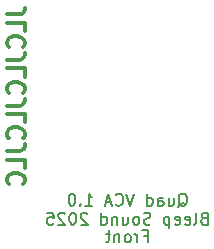
<source format=gbo>
G04 #@! TF.GenerationSoftware,KiCad,Pcbnew,8.0.6-8.0.6-0~ubuntu22.04.1*
G04 #@! TF.CreationDate,2025-01-13T21:54:33+00:00*
G04 #@! TF.ProjectId,Basic_VCA,42617369-635f-4564-9341-2e6b69636164,rev?*
G04 #@! TF.SameCoordinates,Original*
G04 #@! TF.FileFunction,Legend,Bot*
G04 #@! TF.FilePolarity,Positive*
%FSLAX46Y46*%
G04 Gerber Fmt 4.6, Leading zero omitted, Abs format (unit mm)*
G04 Created by KiCad (PCBNEW 8.0.6-8.0.6-0~ubuntu22.04.1) date 2025-01-13 21:54:33*
%MOMM*%
%LPD*%
G01*
G04 APERTURE LIST*
%ADD10C,0.150000*%
%ADD11C,0.300000*%
%ADD12O,6.700000X4.200000*%
%ADD13C,8.000000*%
G04 APERTURE END LIST*
D10*
X189857143Y-92031009D02*
X190190476Y-92031009D01*
X190190476Y-92554819D02*
X190190476Y-91554819D01*
X190190476Y-91554819D02*
X189714286Y-91554819D01*
X189333333Y-92554819D02*
X189333333Y-91888152D01*
X189333333Y-92078628D02*
X189285714Y-91983390D01*
X189285714Y-91983390D02*
X189238095Y-91935771D01*
X189238095Y-91935771D02*
X189142857Y-91888152D01*
X189142857Y-91888152D02*
X189047619Y-91888152D01*
X188571428Y-92554819D02*
X188666666Y-92507200D01*
X188666666Y-92507200D02*
X188714285Y-92459580D01*
X188714285Y-92459580D02*
X188761904Y-92364342D01*
X188761904Y-92364342D02*
X188761904Y-92078628D01*
X188761904Y-92078628D02*
X188714285Y-91983390D01*
X188714285Y-91983390D02*
X188666666Y-91935771D01*
X188666666Y-91935771D02*
X188571428Y-91888152D01*
X188571428Y-91888152D02*
X188428571Y-91888152D01*
X188428571Y-91888152D02*
X188333333Y-91935771D01*
X188333333Y-91935771D02*
X188285714Y-91983390D01*
X188285714Y-91983390D02*
X188238095Y-92078628D01*
X188238095Y-92078628D02*
X188238095Y-92364342D01*
X188238095Y-92364342D02*
X188285714Y-92459580D01*
X188285714Y-92459580D02*
X188333333Y-92507200D01*
X188333333Y-92507200D02*
X188428571Y-92554819D01*
X188428571Y-92554819D02*
X188571428Y-92554819D01*
X187809523Y-91888152D02*
X187809523Y-92554819D01*
X187809523Y-91983390D02*
X187761904Y-91935771D01*
X187761904Y-91935771D02*
X187666666Y-91888152D01*
X187666666Y-91888152D02*
X187523809Y-91888152D01*
X187523809Y-91888152D02*
X187428571Y-91935771D01*
X187428571Y-91935771D02*
X187380952Y-92031009D01*
X187380952Y-92031009D02*
X187380952Y-92554819D01*
X187047618Y-91888152D02*
X186666666Y-91888152D01*
X186904761Y-91554819D02*
X186904761Y-92411961D01*
X186904761Y-92411961D02*
X186857142Y-92507200D01*
X186857142Y-92507200D02*
X186761904Y-92554819D01*
X186761904Y-92554819D02*
X186666666Y-92554819D01*
X192785714Y-89545085D02*
X192880952Y-89497466D01*
X192880952Y-89497466D02*
X192976190Y-89402228D01*
X192976190Y-89402228D02*
X193119047Y-89259370D01*
X193119047Y-89259370D02*
X193214285Y-89211751D01*
X193214285Y-89211751D02*
X193309523Y-89211751D01*
X193261904Y-89449847D02*
X193357142Y-89402228D01*
X193357142Y-89402228D02*
X193452380Y-89306989D01*
X193452380Y-89306989D02*
X193499999Y-89116513D01*
X193499999Y-89116513D02*
X193499999Y-88783180D01*
X193499999Y-88783180D02*
X193452380Y-88592704D01*
X193452380Y-88592704D02*
X193357142Y-88497466D01*
X193357142Y-88497466D02*
X193261904Y-88449847D01*
X193261904Y-88449847D02*
X193071428Y-88449847D01*
X193071428Y-88449847D02*
X192976190Y-88497466D01*
X192976190Y-88497466D02*
X192880952Y-88592704D01*
X192880952Y-88592704D02*
X192833333Y-88783180D01*
X192833333Y-88783180D02*
X192833333Y-89116513D01*
X192833333Y-89116513D02*
X192880952Y-89306989D01*
X192880952Y-89306989D02*
X192976190Y-89402228D01*
X192976190Y-89402228D02*
X193071428Y-89449847D01*
X193071428Y-89449847D02*
X193261904Y-89449847D01*
X191976190Y-88783180D02*
X191976190Y-89449847D01*
X192404761Y-88783180D02*
X192404761Y-89306989D01*
X192404761Y-89306989D02*
X192357142Y-89402228D01*
X192357142Y-89402228D02*
X192261904Y-89449847D01*
X192261904Y-89449847D02*
X192119047Y-89449847D01*
X192119047Y-89449847D02*
X192023809Y-89402228D01*
X192023809Y-89402228D02*
X191976190Y-89354608D01*
X191071428Y-89449847D02*
X191071428Y-88926037D01*
X191071428Y-88926037D02*
X191119047Y-88830799D01*
X191119047Y-88830799D02*
X191214285Y-88783180D01*
X191214285Y-88783180D02*
X191404761Y-88783180D01*
X191404761Y-88783180D02*
X191499999Y-88830799D01*
X191071428Y-89402228D02*
X191166666Y-89449847D01*
X191166666Y-89449847D02*
X191404761Y-89449847D01*
X191404761Y-89449847D02*
X191499999Y-89402228D01*
X191499999Y-89402228D02*
X191547618Y-89306989D01*
X191547618Y-89306989D02*
X191547618Y-89211751D01*
X191547618Y-89211751D02*
X191499999Y-89116513D01*
X191499999Y-89116513D02*
X191404761Y-89068894D01*
X191404761Y-89068894D02*
X191166666Y-89068894D01*
X191166666Y-89068894D02*
X191071428Y-89021275D01*
X190166666Y-89449847D02*
X190166666Y-88449847D01*
X190166666Y-89402228D02*
X190261904Y-89449847D01*
X190261904Y-89449847D02*
X190452380Y-89449847D01*
X190452380Y-89449847D02*
X190547618Y-89402228D01*
X190547618Y-89402228D02*
X190595237Y-89354608D01*
X190595237Y-89354608D02*
X190642856Y-89259370D01*
X190642856Y-89259370D02*
X190642856Y-88973656D01*
X190642856Y-88973656D02*
X190595237Y-88878418D01*
X190595237Y-88878418D02*
X190547618Y-88830799D01*
X190547618Y-88830799D02*
X190452380Y-88783180D01*
X190452380Y-88783180D02*
X190261904Y-88783180D01*
X190261904Y-88783180D02*
X190166666Y-88830799D01*
X189071427Y-88449847D02*
X188738094Y-89449847D01*
X188738094Y-89449847D02*
X188404761Y-88449847D01*
X187499999Y-89354608D02*
X187547618Y-89402228D01*
X187547618Y-89402228D02*
X187690475Y-89449847D01*
X187690475Y-89449847D02*
X187785713Y-89449847D01*
X187785713Y-89449847D02*
X187928570Y-89402228D01*
X187928570Y-89402228D02*
X188023808Y-89306989D01*
X188023808Y-89306989D02*
X188071427Y-89211751D01*
X188071427Y-89211751D02*
X188119046Y-89021275D01*
X188119046Y-89021275D02*
X188119046Y-88878418D01*
X188119046Y-88878418D02*
X188071427Y-88687942D01*
X188071427Y-88687942D02*
X188023808Y-88592704D01*
X188023808Y-88592704D02*
X187928570Y-88497466D01*
X187928570Y-88497466D02*
X187785713Y-88449847D01*
X187785713Y-88449847D02*
X187690475Y-88449847D01*
X187690475Y-88449847D02*
X187547618Y-88497466D01*
X187547618Y-88497466D02*
X187499999Y-88545085D01*
X187119046Y-89164132D02*
X186642856Y-89164132D01*
X187214284Y-89449847D02*
X186880951Y-88449847D01*
X186880951Y-88449847D02*
X186547618Y-89449847D01*
X184928570Y-89449847D02*
X185499998Y-89449847D01*
X185214284Y-89449847D02*
X185214284Y-88449847D01*
X185214284Y-88449847D02*
X185309522Y-88592704D01*
X185309522Y-88592704D02*
X185404760Y-88687942D01*
X185404760Y-88687942D02*
X185499998Y-88735561D01*
X184499998Y-89354608D02*
X184452379Y-89402228D01*
X184452379Y-89402228D02*
X184499998Y-89449847D01*
X184499998Y-89449847D02*
X184547617Y-89402228D01*
X184547617Y-89402228D02*
X184499998Y-89354608D01*
X184499998Y-89354608D02*
X184499998Y-89449847D01*
X183833332Y-88449847D02*
X183738094Y-88449847D01*
X183738094Y-88449847D02*
X183642856Y-88497466D01*
X183642856Y-88497466D02*
X183595237Y-88545085D01*
X183595237Y-88545085D02*
X183547618Y-88640323D01*
X183547618Y-88640323D02*
X183499999Y-88830799D01*
X183499999Y-88830799D02*
X183499999Y-89068894D01*
X183499999Y-89068894D02*
X183547618Y-89259370D01*
X183547618Y-89259370D02*
X183595237Y-89354608D01*
X183595237Y-89354608D02*
X183642856Y-89402228D01*
X183642856Y-89402228D02*
X183738094Y-89449847D01*
X183738094Y-89449847D02*
X183833332Y-89449847D01*
X183833332Y-89449847D02*
X183928570Y-89402228D01*
X183928570Y-89402228D02*
X183976189Y-89354608D01*
X183976189Y-89354608D02*
X184023808Y-89259370D01*
X184023808Y-89259370D02*
X184071427Y-89068894D01*
X184071427Y-89068894D02*
X184071427Y-88830799D01*
X184071427Y-88830799D02*
X184023808Y-88640323D01*
X184023808Y-88640323D02*
X183976189Y-88545085D01*
X183976189Y-88545085D02*
X183928570Y-88497466D01*
X183928570Y-88497466D02*
X183833332Y-88449847D01*
X194952381Y-90535981D02*
X194809524Y-90583600D01*
X194809524Y-90583600D02*
X194761905Y-90631219D01*
X194761905Y-90631219D02*
X194714286Y-90726457D01*
X194714286Y-90726457D02*
X194714286Y-90869314D01*
X194714286Y-90869314D02*
X194761905Y-90964552D01*
X194761905Y-90964552D02*
X194809524Y-91012172D01*
X194809524Y-91012172D02*
X194904762Y-91059791D01*
X194904762Y-91059791D02*
X195285714Y-91059791D01*
X195285714Y-91059791D02*
X195285714Y-90059791D01*
X195285714Y-90059791D02*
X194952381Y-90059791D01*
X194952381Y-90059791D02*
X194857143Y-90107410D01*
X194857143Y-90107410D02*
X194809524Y-90155029D01*
X194809524Y-90155029D02*
X194761905Y-90250267D01*
X194761905Y-90250267D02*
X194761905Y-90345505D01*
X194761905Y-90345505D02*
X194809524Y-90440743D01*
X194809524Y-90440743D02*
X194857143Y-90488362D01*
X194857143Y-90488362D02*
X194952381Y-90535981D01*
X194952381Y-90535981D02*
X195285714Y-90535981D01*
X194142857Y-91059791D02*
X194238095Y-91012172D01*
X194238095Y-91012172D02*
X194285714Y-90916933D01*
X194285714Y-90916933D02*
X194285714Y-90059791D01*
X193380952Y-91012172D02*
X193476190Y-91059791D01*
X193476190Y-91059791D02*
X193666666Y-91059791D01*
X193666666Y-91059791D02*
X193761904Y-91012172D01*
X193761904Y-91012172D02*
X193809523Y-90916933D01*
X193809523Y-90916933D02*
X193809523Y-90535981D01*
X193809523Y-90535981D02*
X193761904Y-90440743D01*
X193761904Y-90440743D02*
X193666666Y-90393124D01*
X193666666Y-90393124D02*
X193476190Y-90393124D01*
X193476190Y-90393124D02*
X193380952Y-90440743D01*
X193380952Y-90440743D02*
X193333333Y-90535981D01*
X193333333Y-90535981D02*
X193333333Y-90631219D01*
X193333333Y-90631219D02*
X193809523Y-90726457D01*
X192523809Y-91012172D02*
X192619047Y-91059791D01*
X192619047Y-91059791D02*
X192809523Y-91059791D01*
X192809523Y-91059791D02*
X192904761Y-91012172D01*
X192904761Y-91012172D02*
X192952380Y-90916933D01*
X192952380Y-90916933D02*
X192952380Y-90535981D01*
X192952380Y-90535981D02*
X192904761Y-90440743D01*
X192904761Y-90440743D02*
X192809523Y-90393124D01*
X192809523Y-90393124D02*
X192619047Y-90393124D01*
X192619047Y-90393124D02*
X192523809Y-90440743D01*
X192523809Y-90440743D02*
X192476190Y-90535981D01*
X192476190Y-90535981D02*
X192476190Y-90631219D01*
X192476190Y-90631219D02*
X192952380Y-90726457D01*
X192047618Y-90393124D02*
X192047618Y-91393124D01*
X192047618Y-90440743D02*
X191952380Y-90393124D01*
X191952380Y-90393124D02*
X191761904Y-90393124D01*
X191761904Y-90393124D02*
X191666666Y-90440743D01*
X191666666Y-90440743D02*
X191619047Y-90488362D01*
X191619047Y-90488362D02*
X191571428Y-90583600D01*
X191571428Y-90583600D02*
X191571428Y-90869314D01*
X191571428Y-90869314D02*
X191619047Y-90964552D01*
X191619047Y-90964552D02*
X191666666Y-91012172D01*
X191666666Y-91012172D02*
X191761904Y-91059791D01*
X191761904Y-91059791D02*
X191952380Y-91059791D01*
X191952380Y-91059791D02*
X192047618Y-91012172D01*
X190428570Y-91012172D02*
X190285713Y-91059791D01*
X190285713Y-91059791D02*
X190047618Y-91059791D01*
X190047618Y-91059791D02*
X189952380Y-91012172D01*
X189952380Y-91012172D02*
X189904761Y-90964552D01*
X189904761Y-90964552D02*
X189857142Y-90869314D01*
X189857142Y-90869314D02*
X189857142Y-90774076D01*
X189857142Y-90774076D02*
X189904761Y-90678838D01*
X189904761Y-90678838D02*
X189952380Y-90631219D01*
X189952380Y-90631219D02*
X190047618Y-90583600D01*
X190047618Y-90583600D02*
X190238094Y-90535981D01*
X190238094Y-90535981D02*
X190333332Y-90488362D01*
X190333332Y-90488362D02*
X190380951Y-90440743D01*
X190380951Y-90440743D02*
X190428570Y-90345505D01*
X190428570Y-90345505D02*
X190428570Y-90250267D01*
X190428570Y-90250267D02*
X190380951Y-90155029D01*
X190380951Y-90155029D02*
X190333332Y-90107410D01*
X190333332Y-90107410D02*
X190238094Y-90059791D01*
X190238094Y-90059791D02*
X189999999Y-90059791D01*
X189999999Y-90059791D02*
X189857142Y-90107410D01*
X189285713Y-91059791D02*
X189380951Y-91012172D01*
X189380951Y-91012172D02*
X189428570Y-90964552D01*
X189428570Y-90964552D02*
X189476189Y-90869314D01*
X189476189Y-90869314D02*
X189476189Y-90583600D01*
X189476189Y-90583600D02*
X189428570Y-90488362D01*
X189428570Y-90488362D02*
X189380951Y-90440743D01*
X189380951Y-90440743D02*
X189285713Y-90393124D01*
X189285713Y-90393124D02*
X189142856Y-90393124D01*
X189142856Y-90393124D02*
X189047618Y-90440743D01*
X189047618Y-90440743D02*
X188999999Y-90488362D01*
X188999999Y-90488362D02*
X188952380Y-90583600D01*
X188952380Y-90583600D02*
X188952380Y-90869314D01*
X188952380Y-90869314D02*
X188999999Y-90964552D01*
X188999999Y-90964552D02*
X189047618Y-91012172D01*
X189047618Y-91012172D02*
X189142856Y-91059791D01*
X189142856Y-91059791D02*
X189285713Y-91059791D01*
X188095237Y-90393124D02*
X188095237Y-91059791D01*
X188523808Y-90393124D02*
X188523808Y-90916933D01*
X188523808Y-90916933D02*
X188476189Y-91012172D01*
X188476189Y-91012172D02*
X188380951Y-91059791D01*
X188380951Y-91059791D02*
X188238094Y-91059791D01*
X188238094Y-91059791D02*
X188142856Y-91012172D01*
X188142856Y-91012172D02*
X188095237Y-90964552D01*
X187619046Y-90393124D02*
X187619046Y-91059791D01*
X187619046Y-90488362D02*
X187571427Y-90440743D01*
X187571427Y-90440743D02*
X187476189Y-90393124D01*
X187476189Y-90393124D02*
X187333332Y-90393124D01*
X187333332Y-90393124D02*
X187238094Y-90440743D01*
X187238094Y-90440743D02*
X187190475Y-90535981D01*
X187190475Y-90535981D02*
X187190475Y-91059791D01*
X186285713Y-91059791D02*
X186285713Y-90059791D01*
X186285713Y-91012172D02*
X186380951Y-91059791D01*
X186380951Y-91059791D02*
X186571427Y-91059791D01*
X186571427Y-91059791D02*
X186666665Y-91012172D01*
X186666665Y-91012172D02*
X186714284Y-90964552D01*
X186714284Y-90964552D02*
X186761903Y-90869314D01*
X186761903Y-90869314D02*
X186761903Y-90583600D01*
X186761903Y-90583600D02*
X186714284Y-90488362D01*
X186714284Y-90488362D02*
X186666665Y-90440743D01*
X186666665Y-90440743D02*
X186571427Y-90393124D01*
X186571427Y-90393124D02*
X186380951Y-90393124D01*
X186380951Y-90393124D02*
X186285713Y-90440743D01*
X185095236Y-90155029D02*
X185047617Y-90107410D01*
X185047617Y-90107410D02*
X184952379Y-90059791D01*
X184952379Y-90059791D02*
X184714284Y-90059791D01*
X184714284Y-90059791D02*
X184619046Y-90107410D01*
X184619046Y-90107410D02*
X184571427Y-90155029D01*
X184571427Y-90155029D02*
X184523808Y-90250267D01*
X184523808Y-90250267D02*
X184523808Y-90345505D01*
X184523808Y-90345505D02*
X184571427Y-90488362D01*
X184571427Y-90488362D02*
X185142855Y-91059791D01*
X185142855Y-91059791D02*
X184523808Y-91059791D01*
X183904760Y-90059791D02*
X183809522Y-90059791D01*
X183809522Y-90059791D02*
X183714284Y-90107410D01*
X183714284Y-90107410D02*
X183666665Y-90155029D01*
X183666665Y-90155029D02*
X183619046Y-90250267D01*
X183619046Y-90250267D02*
X183571427Y-90440743D01*
X183571427Y-90440743D02*
X183571427Y-90678838D01*
X183571427Y-90678838D02*
X183619046Y-90869314D01*
X183619046Y-90869314D02*
X183666665Y-90964552D01*
X183666665Y-90964552D02*
X183714284Y-91012172D01*
X183714284Y-91012172D02*
X183809522Y-91059791D01*
X183809522Y-91059791D02*
X183904760Y-91059791D01*
X183904760Y-91059791D02*
X183999998Y-91012172D01*
X183999998Y-91012172D02*
X184047617Y-90964552D01*
X184047617Y-90964552D02*
X184095236Y-90869314D01*
X184095236Y-90869314D02*
X184142855Y-90678838D01*
X184142855Y-90678838D02*
X184142855Y-90440743D01*
X184142855Y-90440743D02*
X184095236Y-90250267D01*
X184095236Y-90250267D02*
X184047617Y-90155029D01*
X184047617Y-90155029D02*
X183999998Y-90107410D01*
X183999998Y-90107410D02*
X183904760Y-90059791D01*
X183190474Y-90155029D02*
X183142855Y-90107410D01*
X183142855Y-90107410D02*
X183047617Y-90059791D01*
X183047617Y-90059791D02*
X182809522Y-90059791D01*
X182809522Y-90059791D02*
X182714284Y-90107410D01*
X182714284Y-90107410D02*
X182666665Y-90155029D01*
X182666665Y-90155029D02*
X182619046Y-90250267D01*
X182619046Y-90250267D02*
X182619046Y-90345505D01*
X182619046Y-90345505D02*
X182666665Y-90488362D01*
X182666665Y-90488362D02*
X183238093Y-91059791D01*
X183238093Y-91059791D02*
X182619046Y-91059791D01*
X181714284Y-90059791D02*
X182190474Y-90059791D01*
X182190474Y-90059791D02*
X182238093Y-90535981D01*
X182238093Y-90535981D02*
X182190474Y-90488362D01*
X182190474Y-90488362D02*
X182095236Y-90440743D01*
X182095236Y-90440743D02*
X181857141Y-90440743D01*
X181857141Y-90440743D02*
X181761903Y-90488362D01*
X181761903Y-90488362D02*
X181714284Y-90535981D01*
X181714284Y-90535981D02*
X181666665Y-90631219D01*
X181666665Y-90631219D02*
X181666665Y-90869314D01*
X181666665Y-90869314D02*
X181714284Y-90964552D01*
X181714284Y-90964552D02*
X181761903Y-91012172D01*
X181761903Y-91012172D02*
X181857141Y-91059791D01*
X181857141Y-91059791D02*
X182095236Y-91059791D01*
X182095236Y-91059791D02*
X182190474Y-91012172D01*
X182190474Y-91012172D02*
X182238093Y-90964552D01*
D11*
X178278328Y-73271428D02*
X179349757Y-73271428D01*
X179349757Y-73271428D02*
X179564042Y-73199999D01*
X179564042Y-73199999D02*
X179706900Y-73057142D01*
X179706900Y-73057142D02*
X179778328Y-72842856D01*
X179778328Y-72842856D02*
X179778328Y-72699999D01*
X179778328Y-74699999D02*
X179778328Y-73985713D01*
X179778328Y-73985713D02*
X178278328Y-73985713D01*
X179635471Y-76057142D02*
X179706900Y-75985714D01*
X179706900Y-75985714D02*
X179778328Y-75771428D01*
X179778328Y-75771428D02*
X179778328Y-75628571D01*
X179778328Y-75628571D02*
X179706900Y-75414285D01*
X179706900Y-75414285D02*
X179564042Y-75271428D01*
X179564042Y-75271428D02*
X179421185Y-75199999D01*
X179421185Y-75199999D02*
X179135471Y-75128571D01*
X179135471Y-75128571D02*
X178921185Y-75128571D01*
X178921185Y-75128571D02*
X178635471Y-75199999D01*
X178635471Y-75199999D02*
X178492614Y-75271428D01*
X178492614Y-75271428D02*
X178349757Y-75414285D01*
X178349757Y-75414285D02*
X178278328Y-75628571D01*
X178278328Y-75628571D02*
X178278328Y-75771428D01*
X178278328Y-75771428D02*
X178349757Y-75985714D01*
X178349757Y-75985714D02*
X178421185Y-76057142D01*
X178278328Y-77128571D02*
X179349757Y-77128571D01*
X179349757Y-77128571D02*
X179564042Y-77057142D01*
X179564042Y-77057142D02*
X179706900Y-76914285D01*
X179706900Y-76914285D02*
X179778328Y-76699999D01*
X179778328Y-76699999D02*
X179778328Y-76557142D01*
X179778328Y-78557142D02*
X179778328Y-77842856D01*
X179778328Y-77842856D02*
X178278328Y-77842856D01*
X179635471Y-79914285D02*
X179706900Y-79842857D01*
X179706900Y-79842857D02*
X179778328Y-79628571D01*
X179778328Y-79628571D02*
X179778328Y-79485714D01*
X179778328Y-79485714D02*
X179706900Y-79271428D01*
X179706900Y-79271428D02*
X179564042Y-79128571D01*
X179564042Y-79128571D02*
X179421185Y-79057142D01*
X179421185Y-79057142D02*
X179135471Y-78985714D01*
X179135471Y-78985714D02*
X178921185Y-78985714D01*
X178921185Y-78985714D02*
X178635471Y-79057142D01*
X178635471Y-79057142D02*
X178492614Y-79128571D01*
X178492614Y-79128571D02*
X178349757Y-79271428D01*
X178349757Y-79271428D02*
X178278328Y-79485714D01*
X178278328Y-79485714D02*
X178278328Y-79628571D01*
X178278328Y-79628571D02*
X178349757Y-79842857D01*
X178349757Y-79842857D02*
X178421185Y-79914285D01*
X178278328Y-80985714D02*
X179349757Y-80985714D01*
X179349757Y-80985714D02*
X179564042Y-80914285D01*
X179564042Y-80914285D02*
X179706900Y-80771428D01*
X179706900Y-80771428D02*
X179778328Y-80557142D01*
X179778328Y-80557142D02*
X179778328Y-80414285D01*
X179778328Y-82414285D02*
X179778328Y-81699999D01*
X179778328Y-81699999D02*
X178278328Y-81699999D01*
X179635471Y-83771428D02*
X179706900Y-83700000D01*
X179706900Y-83700000D02*
X179778328Y-83485714D01*
X179778328Y-83485714D02*
X179778328Y-83342857D01*
X179778328Y-83342857D02*
X179706900Y-83128571D01*
X179706900Y-83128571D02*
X179564042Y-82985714D01*
X179564042Y-82985714D02*
X179421185Y-82914285D01*
X179421185Y-82914285D02*
X179135471Y-82842857D01*
X179135471Y-82842857D02*
X178921185Y-82842857D01*
X178921185Y-82842857D02*
X178635471Y-82914285D01*
X178635471Y-82914285D02*
X178492614Y-82985714D01*
X178492614Y-82985714D02*
X178349757Y-83128571D01*
X178349757Y-83128571D02*
X178278328Y-83342857D01*
X178278328Y-83342857D02*
X178278328Y-83485714D01*
X178278328Y-83485714D02*
X178349757Y-83700000D01*
X178349757Y-83700000D02*
X178421185Y-83771428D01*
X178278328Y-84842857D02*
X179349757Y-84842857D01*
X179349757Y-84842857D02*
X179564042Y-84771428D01*
X179564042Y-84771428D02*
X179706900Y-84628571D01*
X179706900Y-84628571D02*
X179778328Y-84414285D01*
X179778328Y-84414285D02*
X179778328Y-84271428D01*
X179778328Y-86271428D02*
X179778328Y-85557142D01*
X179778328Y-85557142D02*
X178278328Y-85557142D01*
X179635471Y-87628571D02*
X179706900Y-87557143D01*
X179706900Y-87557143D02*
X179778328Y-87342857D01*
X179778328Y-87342857D02*
X179778328Y-87200000D01*
X179778328Y-87200000D02*
X179706900Y-86985714D01*
X179706900Y-86985714D02*
X179564042Y-86842857D01*
X179564042Y-86842857D02*
X179421185Y-86771428D01*
X179421185Y-86771428D02*
X179135471Y-86700000D01*
X179135471Y-86700000D02*
X178921185Y-86700000D01*
X178921185Y-86700000D02*
X178635471Y-86771428D01*
X178635471Y-86771428D02*
X178492614Y-86842857D01*
X178492614Y-86842857D02*
X178349757Y-86985714D01*
X178349757Y-86985714D02*
X178278328Y-87200000D01*
X178278328Y-87200000D02*
X178278328Y-87342857D01*
X178278328Y-87342857D02*
X178349757Y-87557143D01*
X178349757Y-87557143D02*
X178421185Y-87628571D01*
%LPC*%
D12*
X184500000Y-30500000D03*
X219500000Y-30500000D03*
X219500000Y-153000000D03*
X184500000Y-153000000D03*
D13*
X208500001Y-140000000D03*
X207000000Y-92000000D03*
X186000000Y-107000000D03*
X182500000Y-43000000D03*
X195500000Y-43000000D03*
X217500000Y-107000000D03*
X196500000Y-77000000D03*
X195500000Y-140000000D03*
X207000000Y-62000000D03*
X221500001Y-43000000D03*
X208500001Y-43000000D03*
X182500000Y-140000000D03*
X186000000Y-62000000D03*
X182499999Y-125400000D03*
X221500000Y-125400000D03*
X221500001Y-140000000D03*
X217500000Y-62000000D03*
X196500000Y-107000000D03*
X208500000Y-125400000D03*
X195499999Y-125400000D03*
%LPD*%
M02*

</source>
